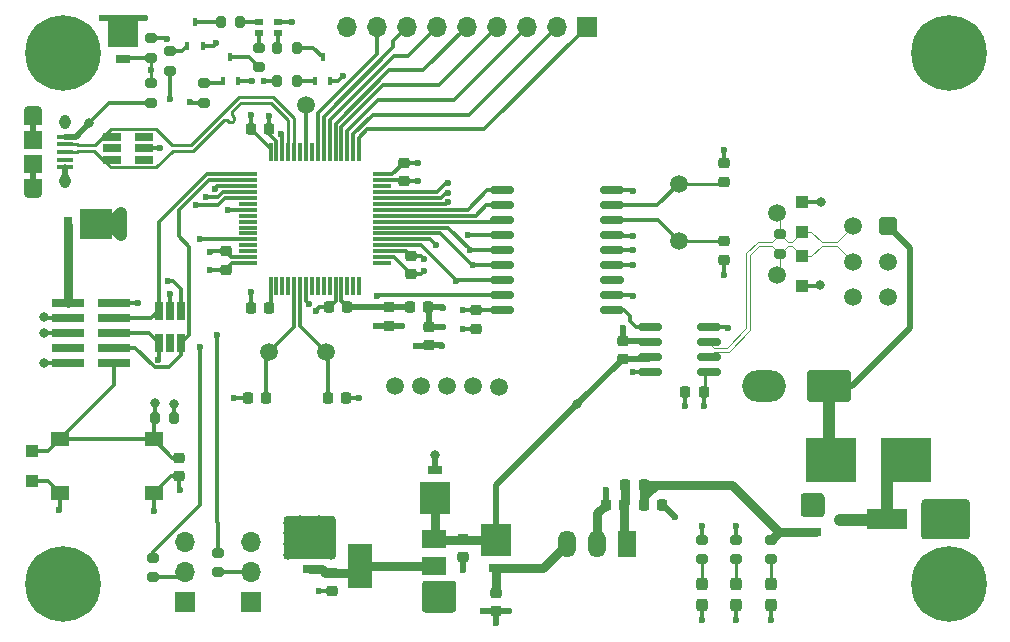
<source format=gtl>
G04 #@! TF.GenerationSoftware,KiCad,Pcbnew,6.0.0-d3dd2cf0fa~116~ubuntu20.04.1*
G04 #@! TF.CreationDate,2022-01-09T15:49:13-07:00*
G04 #@! TF.ProjectId,software_dev_board,736f6674-7761-4726-955f-6465765f626f,A*
G04 #@! TF.SameCoordinates,Original*
G04 #@! TF.FileFunction,Copper,L1,Top*
G04 #@! TF.FilePolarity,Positive*
%FSLAX46Y46*%
G04 Gerber Fmt 4.6, Leading zero omitted, Abs format (unit mm)*
G04 Created by KiCad (PCBNEW 6.0.0-d3dd2cf0fa~116~ubuntu20.04.1) date 2022-01-09 15:49:13*
%MOMM*%
%LPD*%
G01*
G04 APERTURE LIST*
G04 Aperture macros list*
%AMRoundRect*
0 Rectangle with rounded corners*
0 $1 Rounding radius*
0 $2 $3 $4 $5 $6 $7 $8 $9 X,Y pos of 4 corners*
0 Add a 4 corners polygon primitive as box body*
4,1,4,$2,$3,$4,$5,$6,$7,$8,$9,$2,$3,0*
0 Add four circle primitives for the rounded corners*
1,1,$1+$1,$2,$3*
1,1,$1+$1,$4,$5*
1,1,$1+$1,$6,$7*
1,1,$1+$1,$8,$9*
0 Add four rect primitives between the rounded corners*
20,1,$1+$1,$2,$3,$4,$5,0*
20,1,$1+$1,$4,$5,$6,$7,0*
20,1,$1+$1,$6,$7,$8,$9,0*
20,1,$1+$1,$8,$9,$2,$3,0*%
G04 Aperture macros list end*
G04 #@! TA.AperFunction,ComponentPad*
%ADD10C,1.500000*%
G04 #@! TD*
G04 #@! TA.AperFunction,SMDPad,CuDef*
%ADD11RoundRect,0.225000X0.250000X-0.225000X0.250000X0.225000X-0.250000X0.225000X-0.250000X-0.225000X0*%
G04 #@! TD*
G04 #@! TA.AperFunction,SMDPad,CuDef*
%ADD12RoundRect,0.225000X-0.250000X0.225000X-0.250000X-0.225000X0.250000X-0.225000X0.250000X0.225000X0*%
G04 #@! TD*
G04 #@! TA.AperFunction,SMDPad,CuDef*
%ADD13RoundRect,0.225000X0.225000X0.250000X-0.225000X0.250000X-0.225000X-0.250000X0.225000X-0.250000X0*%
G04 #@! TD*
G04 #@! TA.AperFunction,SMDPad,CuDef*
%ADD14RoundRect,0.225000X-0.225000X-0.250000X0.225000X-0.250000X0.225000X0.250000X-0.225000X0.250000X0*%
G04 #@! TD*
G04 #@! TA.AperFunction,SMDPad,CuDef*
%ADD15RoundRect,0.237500X0.237500X-0.287500X0.237500X0.287500X-0.237500X0.287500X-0.237500X-0.287500X0*%
G04 #@! TD*
G04 #@! TA.AperFunction,SMDPad,CuDef*
%ADD16R,2.770000X0.740000*%
G04 #@! TD*
G04 #@! TA.AperFunction,SMDPad,CuDef*
%ADD17RoundRect,0.200000X0.275000X-0.200000X0.275000X0.200000X-0.275000X0.200000X-0.275000X-0.200000X0*%
G04 #@! TD*
G04 #@! TA.AperFunction,SMDPad,CuDef*
%ADD18RoundRect,0.200000X-0.275000X0.200000X-0.275000X-0.200000X0.275000X-0.200000X0.275000X0.200000X0*%
G04 #@! TD*
G04 #@! TA.AperFunction,SMDPad,CuDef*
%ADD19R,2.000000X1.500000*%
G04 #@! TD*
G04 #@! TA.AperFunction,SMDPad,CuDef*
%ADD20R,2.000000X3.800000*%
G04 #@! TD*
G04 #@! TA.AperFunction,ComponentPad*
%ADD21R,1.700000X1.700000*%
G04 #@! TD*
G04 #@! TA.AperFunction,ComponentPad*
%ADD22O,1.700000X1.700000*%
G04 #@! TD*
G04 #@! TA.AperFunction,SMDPad,CuDef*
%ADD23R,2.540000X2.670000*%
G04 #@! TD*
G04 #@! TA.AperFunction,SMDPad,CuDef*
%ADD24R,1.270000X0.762000*%
G04 #@! TD*
G04 #@! TA.AperFunction,ComponentPad*
%ADD25R,1.500000X2.300000*%
G04 #@! TD*
G04 #@! TA.AperFunction,ComponentPad*
%ADD26O,1.500000X2.300000*%
G04 #@! TD*
G04 #@! TA.AperFunction,SMDPad,CuDef*
%ADD27RoundRect,0.075000X0.075000X-0.700000X0.075000X0.700000X-0.075000X0.700000X-0.075000X-0.700000X0*%
G04 #@! TD*
G04 #@! TA.AperFunction,SMDPad,CuDef*
%ADD28RoundRect,0.075000X0.700000X-0.075000X0.700000X0.075000X-0.700000X0.075000X-0.700000X-0.075000X0*%
G04 #@! TD*
G04 #@! TA.AperFunction,SMDPad,CuDef*
%ADD29RoundRect,0.150000X0.875000X0.150000X-0.875000X0.150000X-0.875000X-0.150000X0.875000X-0.150000X0*%
G04 #@! TD*
G04 #@! TA.AperFunction,ComponentPad*
%ADD30C,0.800000*%
G04 #@! TD*
G04 #@! TA.AperFunction,ComponentPad*
%ADD31C,6.400000*%
G04 #@! TD*
G04 #@! TA.AperFunction,SMDPad,CuDef*
%ADD32R,1.560000X0.650000*%
G04 #@! TD*
G04 #@! TA.AperFunction,SMDPad,CuDef*
%ADD33R,0.650000X1.560000*%
G04 #@! TD*
G04 #@! TA.AperFunction,SMDPad,CuDef*
%ADD34RoundRect,0.218750X-0.218750X-0.256250X0.218750X-0.256250X0.218750X0.256250X-0.218750X0.256250X0*%
G04 #@! TD*
G04 #@! TA.AperFunction,SMDPad,CuDef*
%ADD35R,1.350000X0.400000*%
G04 #@! TD*
G04 #@! TA.AperFunction,ComponentPad*
%ADD36O,1.550000X0.890000*%
G04 #@! TD*
G04 #@! TA.AperFunction,ComponentPad*
%ADD37O,0.950000X1.250000*%
G04 #@! TD*
G04 #@! TA.AperFunction,SMDPad,CuDef*
%ADD38R,1.550000X1.200000*%
G04 #@! TD*
G04 #@! TA.AperFunction,SMDPad,CuDef*
%ADD39R,1.550000X1.500000*%
G04 #@! TD*
G04 #@! TA.AperFunction,SMDPad,CuDef*
%ADD40R,2.670000X2.540000*%
G04 #@! TD*
G04 #@! TA.AperFunction,SMDPad,CuDef*
%ADD41R,0.762000X1.270000*%
G04 #@! TD*
G04 #@! TA.AperFunction,SMDPad,CuDef*
%ADD42R,1.550000X1.300000*%
G04 #@! TD*
G04 #@! TA.AperFunction,SMDPad,CuDef*
%ADD43RoundRect,0.200000X0.200000X0.275000X-0.200000X0.275000X-0.200000X-0.275000X0.200000X-0.275000X0*%
G04 #@! TD*
G04 #@! TA.AperFunction,SMDPad,CuDef*
%ADD44R,1.000000X1.000000*%
G04 #@! TD*
G04 #@! TA.AperFunction,SMDPad,CuDef*
%ADD45RoundRect,0.150000X-0.825000X-0.150000X0.825000X-0.150000X0.825000X0.150000X-0.825000X0.150000X0*%
G04 #@! TD*
G04 #@! TA.AperFunction,ComponentPad*
%ADD46RoundRect,0.250000X-0.500000X0.500000X-0.500000X-0.500000X0.500000X-0.500000X0.500000X0.500000X0*%
G04 #@! TD*
G04 #@! TA.AperFunction,SMDPad,CuDef*
%ADD47R,0.900000X0.800000*%
G04 #@! TD*
G04 #@! TA.AperFunction,SMDPad,CuDef*
%ADD48R,3.500000X1.800000*%
G04 #@! TD*
G04 #@! TA.AperFunction,SMDPad,CuDef*
%ADD49R,4.240000X3.810000*%
G04 #@! TD*
G04 #@! TA.AperFunction,SMDPad,CuDef*
%ADD50R,0.800000X0.550000*%
G04 #@! TD*
G04 #@! TA.AperFunction,ComponentPad*
%ADD51RoundRect,0.250001X-1.599999X1.099999X-1.599999X-1.099999X1.599999X-1.099999X1.599999X1.099999X0*%
G04 #@! TD*
G04 #@! TA.AperFunction,ComponentPad*
%ADD52O,3.700000X2.700000*%
G04 #@! TD*
G04 #@! TA.AperFunction,SMDPad,CuDef*
%ADD53R,0.450000X0.700000*%
G04 #@! TD*
G04 #@! TA.AperFunction,SMDPad,CuDef*
%ADD54RoundRect,0.200000X-0.200000X-0.275000X0.200000X-0.275000X0.200000X0.275000X-0.200000X0.275000X0*%
G04 #@! TD*
G04 #@! TA.AperFunction,ViaPad*
%ADD55C,0.600000*%
G04 #@! TD*
G04 #@! TA.AperFunction,ViaPad*
%ADD56C,0.800000*%
G04 #@! TD*
G04 #@! TA.AperFunction,Conductor*
%ADD57C,0.300000*%
G04 #@! TD*
G04 #@! TA.AperFunction,Conductor*
%ADD58C,0.500000*%
G04 #@! TD*
G04 #@! TA.AperFunction,Conductor*
%ADD59C,0.750000*%
G04 #@! TD*
G04 #@! TA.AperFunction,Conductor*
%ADD60C,0.250000*%
G04 #@! TD*
G04 #@! TA.AperFunction,Conductor*
%ADD61C,1.000000*%
G04 #@! TD*
G04 #@! TA.AperFunction,Conductor*
%ADD62C,0.261112*%
G04 #@! TD*
G04 #@! TA.AperFunction,Conductor*
%ADD63C,0.126238*%
G04 #@! TD*
G04 #@! TA.AperFunction,Conductor*
%ADD64C,0.126000*%
G04 #@! TD*
G04 APERTURE END LIST*
D10*
X134300000Y-104600000D03*
X138700000Y-104600000D03*
X136500000Y-104600000D03*
X140900000Y-104700000D03*
X132100000Y-104600000D03*
D11*
X159984000Y-93917000D03*
X159984000Y-92367000D03*
D12*
X159984000Y-85763000D03*
X159984000Y-87313000D03*
D13*
X126469420Y-105601671D03*
X128019420Y-105601671D03*
D11*
X151398000Y-102325000D03*
X151398000Y-100775000D03*
D14*
X156719000Y-105106000D03*
X158269000Y-105106000D03*
D12*
X139000000Y-98225000D03*
X139000000Y-99775000D03*
X137898000Y-117573000D03*
X137898000Y-119123000D03*
X126800000Y-120425000D03*
X126800000Y-121975000D03*
D14*
X153225000Y-114700000D03*
X154775000Y-114700000D03*
D13*
X151519000Y-114656000D03*
X149969000Y-114656000D03*
D15*
X161034000Y-123159000D03*
X161034000Y-121409000D03*
X158082000Y-123159000D03*
X158082000Y-121409000D03*
D16*
X104468000Y-97560000D03*
X108368000Y-97560000D03*
X104468000Y-98830000D03*
X108368000Y-98830000D03*
X104468000Y-100100000D03*
X108368000Y-100100000D03*
X104468000Y-101370000D03*
X108368000Y-101370000D03*
X104468000Y-102640000D03*
X108368000Y-102640000D03*
D17*
X111490000Y-80625000D03*
X111490000Y-78975000D03*
X111490000Y-76845000D03*
X111490000Y-75195000D03*
D18*
X163986000Y-117649000D03*
X163986000Y-119299000D03*
X161034000Y-117649000D03*
X161034000Y-119299000D03*
X158082000Y-117649000D03*
X158082000Y-119299000D03*
D19*
X135460000Y-122172000D03*
D20*
X129160000Y-119872000D03*
D19*
X135460000Y-119872000D03*
X135460000Y-117572000D03*
D21*
X148400000Y-74200000D03*
D22*
X145860000Y-74200000D03*
X143320000Y-74200000D03*
X140780000Y-74200000D03*
X138240000Y-74200000D03*
X135700000Y-74200000D03*
X133160000Y-74200000D03*
X130620000Y-74200000D03*
X128080000Y-74200000D03*
D23*
X124900000Y-117801500D03*
D24*
X124900000Y-120152500D03*
D23*
X140692000Y-117649500D03*
D24*
X140692000Y-120000500D03*
D23*
X135500000Y-114100000D03*
D24*
X135500000Y-111749000D03*
D10*
X156174000Y-92380000D03*
X156174000Y-87500000D03*
D12*
X140692000Y-122145000D03*
X140692000Y-123695000D03*
D25*
X151760000Y-117958000D03*
D26*
X149220000Y-117958000D03*
X146680000Y-117958000D03*
D15*
X163986000Y-123159000D03*
X163986000Y-121409000D03*
D12*
X133500000Y-93625000D03*
X133500000Y-95175000D03*
D14*
X119925000Y-82900000D03*
X121475000Y-82900000D03*
D12*
X132886574Y-85726899D03*
X132886574Y-87276899D03*
X131606000Y-97955000D03*
X131606000Y-99505000D03*
D14*
X121194427Y-105601671D03*
X119644427Y-105601671D03*
D13*
X121448426Y-97996625D03*
X119898426Y-97996625D03*
D11*
X117800000Y-94775000D03*
X117800000Y-93225000D03*
D12*
X135000000Y-99625000D03*
X135000000Y-101175000D03*
D13*
X128063000Y-97968000D03*
X126513000Y-97968000D03*
D27*
X121593159Y-96128210D03*
X122093159Y-96128210D03*
X122593159Y-96128210D03*
X123093159Y-96128210D03*
X123593159Y-96128210D03*
X124093159Y-96128210D03*
X124593159Y-96128210D03*
X125093159Y-96128210D03*
X125593159Y-96128210D03*
X126093159Y-96128210D03*
X126593159Y-96128210D03*
X127093159Y-96128210D03*
X127593159Y-96128210D03*
X128093159Y-96128210D03*
X128593159Y-96128210D03*
X129093159Y-96128210D03*
D28*
X131018159Y-94203210D03*
X131018159Y-93703210D03*
X131018159Y-93203210D03*
X131018159Y-92703210D03*
X131018159Y-92203210D03*
X131018159Y-91703210D03*
X131018159Y-91203210D03*
X131018159Y-90703210D03*
X131018159Y-90203210D03*
X131018159Y-89703210D03*
X131018159Y-89203210D03*
X131018159Y-88703210D03*
X131018159Y-88203210D03*
X131018159Y-87703210D03*
X131018159Y-87203210D03*
X131018159Y-86703210D03*
D27*
X129093159Y-84778210D03*
X128593159Y-84778210D03*
X128093159Y-84778210D03*
X127593159Y-84778210D03*
X127093159Y-84778210D03*
X126593159Y-84778210D03*
X126093159Y-84778210D03*
X125593159Y-84778210D03*
X125093159Y-84778210D03*
X124593159Y-84778210D03*
X124093159Y-84778210D03*
X123593159Y-84778210D03*
X123093159Y-84778210D03*
X122593159Y-84778210D03*
X122093159Y-84778210D03*
X121593159Y-84778210D03*
D28*
X119668159Y-86703210D03*
X119668159Y-87203210D03*
X119668159Y-87703210D03*
X119668159Y-88203210D03*
X119668159Y-88703210D03*
X119668159Y-89203210D03*
X119668159Y-89703210D03*
X119668159Y-90203210D03*
X119668159Y-90703210D03*
X119668159Y-91203210D03*
X119668159Y-91703210D03*
X119668159Y-92203210D03*
X119668159Y-92703210D03*
X119668159Y-93203210D03*
X119668159Y-93703210D03*
X119668159Y-94203210D03*
D10*
X126326000Y-101777999D03*
X121446000Y-101777999D03*
D29*
X150480000Y-98222000D03*
X150480000Y-96952000D03*
X150480000Y-95682000D03*
X150480000Y-94412000D03*
X150480000Y-93142000D03*
X150480000Y-91872000D03*
X150480000Y-90602000D03*
X150480000Y-89332000D03*
X150480000Y-88062000D03*
X141180000Y-88062000D03*
X141180000Y-89332000D03*
X141180000Y-90602000D03*
X141180000Y-91872000D03*
X141180000Y-93142000D03*
X141180000Y-94412000D03*
X141180000Y-95682000D03*
X141180000Y-96952000D03*
X141180000Y-98222000D03*
D30*
X105697056Y-78097056D03*
X101600000Y-76400000D03*
X105697056Y-74702944D03*
X102302944Y-74702944D03*
D31*
X104000000Y-76400000D03*
D30*
X102302944Y-78097056D03*
X104000000Y-78800000D03*
X106400000Y-76400000D03*
X104000000Y-74000000D03*
D31*
X179000000Y-76400000D03*
D30*
X179000000Y-78800000D03*
X177302944Y-74702944D03*
X180697056Y-78097056D03*
X181400000Y-76400000D03*
X177302944Y-78097056D03*
X180697056Y-74702944D03*
X179000000Y-74000000D03*
X176600000Y-76400000D03*
D32*
X110850000Y-85450000D03*
X110850000Y-84500000D03*
X110850000Y-83550000D03*
X108150000Y-83550000D03*
X108150000Y-84500000D03*
X108150000Y-85450000D03*
D33*
X114050000Y-98250000D03*
X113100000Y-98250000D03*
X112150000Y-98250000D03*
X112150000Y-100950000D03*
X113100000Y-100950000D03*
X114050000Y-100950000D03*
D34*
X133384000Y-97968000D03*
X134959000Y-97968000D03*
X151628500Y-113012000D03*
X153203500Y-113012000D03*
D35*
X104200000Y-83500000D03*
X104200000Y-84150000D03*
X104200000Y-84800000D03*
X104200000Y-85450000D03*
X104200000Y-86100000D03*
D36*
X101500000Y-88300000D03*
D37*
X104200000Y-82300000D03*
D38*
X101500000Y-87700000D03*
X101500000Y-81900000D03*
D37*
X104200000Y-87300000D03*
D39*
X101500000Y-83800000D03*
D36*
X101500000Y-81300000D03*
D39*
X101500000Y-85800000D03*
D30*
X180697056Y-123097056D03*
X180697056Y-119702944D03*
X177302944Y-123097056D03*
X179000000Y-123800000D03*
X176600000Y-121400000D03*
X181400000Y-121400000D03*
X179000000Y-119000000D03*
D31*
X179000000Y-121400000D03*
D30*
X177302944Y-119702944D03*
D40*
X106798500Y-90900000D03*
D41*
X104447500Y-90900000D03*
D21*
X119914000Y-122874000D03*
D22*
X119914000Y-120334000D03*
X119914000Y-117794000D03*
D21*
X114326000Y-122874000D03*
D22*
X114326000Y-120334000D03*
X114326000Y-117794000D03*
D17*
X117120000Y-120397000D03*
X117120000Y-118747000D03*
X111600000Y-120825000D03*
X111600000Y-119175000D03*
D30*
X105697056Y-119702944D03*
X105697056Y-123097056D03*
X102302944Y-123097056D03*
X104000000Y-119000000D03*
X102302944Y-119702944D03*
X104000000Y-123800000D03*
D31*
X104000000Y-121400000D03*
D30*
X101600000Y-121400000D03*
X106400000Y-121400000D03*
D12*
X113836000Y-110677000D03*
X113836000Y-112227000D03*
D42*
X103765000Y-109150001D03*
X111715000Y-109150001D03*
X103765000Y-113650001D03*
X111715000Y-113650001D03*
D43*
X113425000Y-107300000D03*
X111775000Y-107300000D03*
D44*
X101390000Y-110148000D03*
X101390000Y-112648000D03*
D45*
X153749000Y-99645000D03*
X153749000Y-100915000D03*
X153749000Y-102185000D03*
X153749000Y-103455000D03*
X158699000Y-103455000D03*
X158699000Y-102185000D03*
X158699000Y-100915000D03*
X158699000Y-99645000D03*
D46*
X173900000Y-91100000D03*
D10*
X173900000Y-94100000D03*
X173900000Y-97100000D03*
X170900000Y-91100000D03*
X170900000Y-94100000D03*
X170900000Y-97100000D03*
D47*
X167800000Y-115050000D03*
X167800000Y-116950000D03*
X169800000Y-116000000D03*
D48*
X173800000Y-115900000D03*
X178800000Y-115900000D03*
D49*
X169015000Y-110900000D03*
X175385000Y-110900000D03*
D50*
X120600000Y-73800000D03*
X120600000Y-74700000D03*
X122200000Y-74700000D03*
X122200000Y-73800000D03*
D18*
X113100000Y-76275000D03*
X113100000Y-77925000D03*
X116000000Y-78975000D03*
X116000000Y-80625000D03*
D44*
X166632000Y-91564000D03*
X166632000Y-89064000D03*
X166632000Y-93636000D03*
X166632000Y-96136000D03*
D18*
X164750000Y-91775000D03*
X164750000Y-93425000D03*
D10*
X164500000Y-90000000D03*
X164500000Y-95200000D03*
X124600000Y-80800000D03*
D51*
X168900000Y-104600000D03*
D52*
X163400000Y-104600000D03*
D53*
X117550000Y-78800000D03*
X118850000Y-78800000D03*
X118200000Y-76800000D03*
D43*
X119025000Y-73800000D03*
X117375000Y-73800000D03*
D54*
X122175000Y-76000000D03*
X123825000Y-76000000D03*
D53*
X125350000Y-78800000D03*
X126650000Y-78800000D03*
X126000000Y-76800000D03*
D43*
X123825000Y-78800000D03*
X122175000Y-78800000D03*
D18*
X120600000Y-75975000D03*
X120600000Y-77625000D03*
D53*
X114550000Y-75800000D03*
X115850000Y-75800000D03*
X115200000Y-73800000D03*
D23*
X109100000Y-74600000D03*
D24*
X109100000Y-76951000D03*
D55*
X130610000Y-97010000D03*
D56*
X111800000Y-106100000D03*
D55*
X124843159Y-97700000D03*
X155800000Y-115700000D03*
X112200000Y-84500000D03*
X179100000Y-114500000D03*
X125400000Y-98300000D03*
D56*
X168100000Y-96100000D03*
D55*
X177700000Y-117300000D03*
X151400000Y-99700000D03*
X120000000Y-78800000D03*
X156700000Y-106300000D03*
X113100000Y-96800000D03*
X130500000Y-99500000D03*
X137000000Y-122100000D03*
D56*
X168164000Y-89064000D03*
D55*
X179800000Y-117300000D03*
X135500000Y-123500000D03*
X141800000Y-123700000D03*
X117000000Y-75600000D03*
X164000000Y-124400000D03*
D56*
X102400000Y-100100000D03*
D55*
X150000000Y-113400000D03*
X136100000Y-101200000D03*
X180500000Y-117300000D03*
X136200000Y-123500000D03*
X139600000Y-123700000D03*
X180500000Y-114500000D03*
X166800000Y-114700000D03*
X134800000Y-123500000D03*
X118500000Y-105600000D03*
X158100000Y-124400000D03*
X125700000Y-122000000D03*
X133900000Y-101200000D03*
X152300000Y-88100000D03*
X119900000Y-96700000D03*
X177000000Y-114500000D03*
X177000000Y-117300000D03*
X179800000Y-114500000D03*
X178400000Y-117300000D03*
X113900000Y-113400000D03*
X166800000Y-115400000D03*
X127700000Y-78400000D03*
X166800000Y-114000000D03*
X161000000Y-124400000D03*
X160300000Y-99700000D03*
X168200000Y-114000000D03*
X137000000Y-123500000D03*
X178400000Y-114500000D03*
X132700000Y-99500000D03*
X137900000Y-120200000D03*
X103700000Y-115100000D03*
X140700000Y-124700000D03*
X137000000Y-121400000D03*
X129100000Y-105600000D03*
X111700000Y-115200000D03*
X167500000Y-114000000D03*
X134600000Y-94900000D03*
X112800000Y-75200000D03*
X160000000Y-95200000D03*
X137000000Y-122800000D03*
X177700000Y-114500000D03*
X121500000Y-81800000D03*
X179100000Y-117300000D03*
X137900000Y-99800000D03*
D56*
X102400000Y-98800000D03*
D55*
X134100000Y-87300000D03*
X116500000Y-93300000D03*
D56*
X102400000Y-102700000D03*
D55*
X160000000Y-84600000D03*
X161000000Y-116500000D03*
D56*
X147561500Y-106161500D03*
X126700000Y-118000000D03*
X124100000Y-116000000D03*
D55*
X123400000Y-73800000D03*
D56*
X108900000Y-91800000D03*
X123100000Y-117100000D03*
D55*
X107300000Y-73500000D03*
X111000000Y-73500000D03*
X116500000Y-94800000D03*
X119900000Y-81700000D03*
X158100000Y-116500000D03*
X137900000Y-98200000D03*
X134100000Y-85700000D03*
D56*
X126700000Y-118900000D03*
X123100000Y-118000000D03*
X126700000Y-116200000D03*
D55*
X134600000Y-93900000D03*
X136200000Y-99600000D03*
D56*
X123100000Y-118900000D03*
X126700000Y-117100000D03*
X125700000Y-116000000D03*
X113413173Y-106113173D03*
D55*
X158300000Y-106300000D03*
D56*
X123100000Y-116200000D03*
D55*
X136200000Y-98000000D03*
D56*
X108900000Y-90000000D03*
D55*
X122480447Y-83300000D03*
X112900000Y-95700000D03*
X110400000Y-97600000D03*
X112100000Y-102400000D03*
X117996790Y-89703210D03*
D56*
X106244500Y-82344500D03*
X135500000Y-110500000D03*
D55*
X111500000Y-77900000D03*
X137300000Y-95700000D03*
X138330331Y-91869669D03*
X135600000Y-92700000D03*
X138700000Y-94400000D03*
X138500000Y-93100000D03*
X152300000Y-94400000D03*
X136600000Y-89053210D03*
X117100000Y-100300000D03*
X136600000Y-88253207D03*
X152300000Y-93100000D03*
X136600000Y-87453204D03*
X152300000Y-91900000D03*
X152300000Y-97000000D03*
X152300000Y-103400000D03*
X113100000Y-80300000D03*
X115300000Y-89300000D03*
X116100000Y-88600000D03*
X114800000Y-80600000D03*
X121000000Y-78800000D03*
X116900000Y-87900000D03*
X115600000Y-92200000D03*
X115600000Y-101300000D03*
D57*
X113836000Y-110677000D02*
X113241999Y-110677000D01*
X130668000Y-96952000D02*
X130610000Y-97010000D01*
X101390000Y-110148000D02*
X102767000Y-110148000D01*
X141180000Y-96952000D02*
X130668000Y-96952000D01*
X103765000Y-109150000D02*
X111715000Y-109150000D01*
X111725000Y-107200001D02*
X111725000Y-109140000D01*
X124593159Y-96128210D02*
X124593159Y-97450000D01*
X108368000Y-104547001D02*
X103765000Y-109150001D01*
X113241999Y-110677000D02*
X111715000Y-109150001D01*
X108368000Y-102640000D02*
X108368000Y-104547001D01*
X124593159Y-97450000D02*
X124843159Y-97700000D01*
X111775000Y-106125000D02*
X111800000Y-106100000D01*
X111725000Y-109140000D02*
X111715000Y-109150000D01*
X102767000Y-110148000D02*
X103765000Y-109150000D01*
X111775000Y-107300000D02*
X111775000Y-106125000D01*
X132028210Y-93703210D02*
X133500000Y-95175000D01*
X118850000Y-78800000D02*
X120000000Y-78800000D01*
X126513000Y-97968000D02*
X127093159Y-97387841D01*
D58*
X149969000Y-113431000D02*
X150000000Y-113400000D01*
D57*
X131018159Y-93703210D02*
X132028210Y-93703210D01*
D58*
X151398000Y-100775000D02*
X153609000Y-100775000D01*
D57*
X163986000Y-124386000D02*
X164000000Y-124400000D01*
D58*
X135000000Y-101175000D02*
X136075000Y-101175000D01*
X131601000Y-99500000D02*
X131606000Y-99505000D01*
X154800000Y-114700000D02*
X155800000Y-115700000D01*
D57*
X113836000Y-112227000D02*
X113138000Y-112227001D01*
X158699000Y-99645000D02*
X160245000Y-99645000D01*
X116800000Y-75800000D02*
X117000000Y-75600000D01*
D58*
X132695000Y-99505000D02*
X132700000Y-99500000D01*
D57*
X111490000Y-75195000D02*
X112695000Y-75195000D01*
D58*
X137900000Y-119125000D02*
X137898000Y-119123000D01*
D57*
X118278210Y-93703210D02*
X117800000Y-93225000D01*
X158082000Y-123159000D02*
X158082000Y-124382000D01*
X168064000Y-96136000D02*
X168100000Y-96100000D01*
D58*
X151398000Y-99702000D02*
X151400000Y-99700000D01*
D57*
X150480000Y-88062000D02*
X152262000Y-88062000D01*
D59*
X149220000Y-115405000D02*
X149969000Y-114656000D01*
D57*
X102762999Y-112648000D02*
X103765000Y-113650001D01*
X113836000Y-112227000D02*
X113836000Y-113336000D01*
X159984000Y-85763000D02*
X159984000Y-84616000D01*
X126800000Y-121975000D02*
X125725000Y-121975000D01*
D58*
X130500000Y-99500000D02*
X131601000Y-99500000D01*
D57*
X101390000Y-112648000D02*
X102762999Y-112648000D01*
X161034000Y-123159000D02*
X161034000Y-124366000D01*
X152262000Y-88062000D02*
X152300000Y-88100000D01*
D58*
X136075000Y-101175000D02*
X136100000Y-101200000D01*
D57*
X132812885Y-87203210D02*
X132886574Y-87276899D01*
X158082000Y-124382000D02*
X158100000Y-124400000D01*
X113100000Y-98250000D02*
X113100000Y-96900000D01*
D58*
X101500000Y-85800000D02*
X101500000Y-87700000D01*
D57*
X128019420Y-105601671D02*
X129098329Y-105601671D01*
X159984000Y-93917000D02*
X159984000Y-95184000D01*
D58*
X139600000Y-123700000D02*
X141800000Y-123700000D01*
D57*
X166632000Y-96136000D02*
X168064000Y-96136000D01*
X121475000Y-81825000D02*
X121500000Y-81800000D01*
X112795000Y-75195000D02*
X112800000Y-75200000D01*
X117800000Y-93225000D02*
X116575000Y-93225000D01*
X139000000Y-99775000D02*
X137925000Y-99775000D01*
X119898426Y-96701574D02*
X119900000Y-96700000D01*
X104468000Y-98830000D02*
X102430000Y-98830000D01*
X113836000Y-113336000D02*
X113900000Y-113400000D01*
X103765000Y-115035000D02*
X103700000Y-115100000D01*
X119644427Y-105601671D02*
X118501671Y-105601671D01*
X110850000Y-84500000D02*
X112200000Y-84500000D01*
D59*
X149220000Y-117958000D02*
X149220000Y-115405000D01*
D57*
X115850000Y-75800000D02*
X116800000Y-75800000D01*
X113138000Y-112227001D02*
X111715000Y-113650001D01*
X166632000Y-89064000D02*
X168164000Y-89064000D01*
D58*
X153609000Y-100775000D02*
X153749000Y-100915000D01*
D57*
X131018159Y-87203210D02*
X132812885Y-87203210D01*
X119898426Y-97996625D02*
X119898426Y-96701574D01*
X102430000Y-98830000D02*
X102400000Y-98800000D01*
X126513000Y-97968000D02*
X125732000Y-97968000D01*
X134325000Y-95175000D02*
X134600000Y-94900000D01*
X121475000Y-83256555D02*
X121475000Y-82900000D01*
X126650000Y-78800000D02*
X127300000Y-78800000D01*
X125732000Y-97968000D02*
X125400000Y-98300000D01*
X133500000Y-95175000D02*
X134325000Y-95175000D01*
D58*
X151398000Y-100775000D02*
X151398000Y-99702000D01*
D57*
X127300000Y-78800000D02*
X127700000Y-78400000D01*
X163986000Y-123159000D02*
X163986000Y-124386000D01*
D58*
X154775000Y-114700000D02*
X154800000Y-114700000D01*
X133900000Y-101200000D02*
X134975000Y-101200000D01*
D57*
X160245000Y-99645000D02*
X160300000Y-99700000D01*
D58*
X137900000Y-120200000D02*
X137900000Y-119125000D01*
D57*
X111700000Y-115200000D02*
X111700000Y-113665001D01*
X129098329Y-105601671D02*
X129100000Y-105600000D01*
D58*
X149969000Y-114656000D02*
X149969000Y-113431000D01*
X101500000Y-83800000D02*
X101500000Y-81900000D01*
D57*
X104468000Y-100100000D02*
X102400000Y-100100000D01*
X111700000Y-113665001D02*
X111715000Y-113650001D01*
X159984000Y-95184000D02*
X160000000Y-95200000D01*
X127093159Y-97387841D02*
X127093159Y-96128210D01*
X161034000Y-124366000D02*
X161000000Y-124400000D01*
X122093159Y-83874714D02*
X121475000Y-83256555D01*
X156719000Y-106281000D02*
X156700000Y-106300000D01*
D58*
X140700000Y-124700000D02*
X140700000Y-123703000D01*
X104200000Y-86100000D02*
X104200000Y-87300000D01*
D57*
X102460000Y-102640000D02*
X102400000Y-102700000D01*
D58*
X134975000Y-101200000D02*
X135000000Y-101175000D01*
D57*
X119668159Y-93703210D02*
X118278210Y-93703210D01*
X121475000Y-82900000D02*
X121475000Y-81825000D01*
X125725000Y-121975000D02*
X125700000Y-122000000D01*
X134076899Y-87276899D02*
X134100000Y-87300000D01*
X159984000Y-84616000D02*
X160000000Y-84600000D01*
D58*
X131606000Y-99505000D02*
X132695000Y-99505000D01*
D57*
X137925000Y-99775000D02*
X137900000Y-99800000D01*
X156719000Y-105106000D02*
X156719000Y-106281000D01*
X104468000Y-102640000D02*
X102460000Y-102640000D01*
X132886574Y-87276899D02*
X134076899Y-87276899D01*
X118501671Y-105601671D02*
X118500000Y-105600000D01*
X122093159Y-84778210D02*
X122093159Y-83874714D01*
X103765000Y-113650000D02*
X103765000Y-115035000D01*
D58*
X140700000Y-123703000D02*
X140692000Y-123695000D01*
D57*
X116575000Y-93225000D02*
X116500000Y-93300000D01*
D58*
X147561500Y-106161500D02*
X151398000Y-102325000D01*
D59*
X135500000Y-114100000D02*
X135500000Y-117532000D01*
D58*
X151398000Y-102325000D02*
X153609000Y-102325000D01*
D60*
X153495000Y-102185000D02*
X153495000Y-102247000D01*
D59*
X135537500Y-117649500D02*
X135460000Y-117572000D01*
D57*
X161000000Y-116500000D02*
X161000000Y-117615000D01*
D58*
X140692000Y-117649500D02*
X140692000Y-113031000D01*
D57*
X161000000Y-117615000D02*
X161034000Y-117649000D01*
D59*
X140692000Y-117649500D02*
X135537500Y-117649500D01*
D58*
X140692000Y-113031000D02*
X147561500Y-106161500D01*
D59*
X135500000Y-117532000D02*
X135460000Y-117572000D01*
D58*
X153609000Y-102325000D02*
X153749000Y-102185000D01*
D61*
X106800000Y-90900000D02*
X108000000Y-90900000D01*
D58*
X108100000Y-73500000D02*
X109200000Y-74600000D01*
D61*
X108000000Y-90900000D02*
X108900000Y-91800000D01*
D57*
X121593159Y-84568159D02*
X119925000Y-82900000D01*
X139000000Y-98225000D02*
X141177000Y-98225000D01*
D58*
X111000000Y-73500000D02*
X110200000Y-73500000D01*
D57*
X131910263Y-86703210D02*
X132886574Y-85726899D01*
D60*
X158356500Y-105360000D02*
X158356500Y-103543500D01*
D58*
X135000000Y-99625000D02*
X135000000Y-98009000D01*
D57*
X141177000Y-98225000D02*
X141180000Y-98222000D01*
D58*
X110200000Y-73500000D02*
X109100000Y-74600000D01*
D57*
X158269000Y-106269000D02*
X158300000Y-106300000D01*
X139000000Y-98225000D02*
X137925000Y-98225000D01*
X131018159Y-93203210D02*
X133078210Y-93203210D01*
X158269000Y-105106000D02*
X158269000Y-106269000D01*
X133500000Y-93625000D02*
X134325000Y-93625000D01*
X119925000Y-82900000D02*
X119925000Y-81725000D01*
X118371790Y-94203210D02*
X117800000Y-94775000D01*
D60*
X158356500Y-103543500D02*
X158445000Y-103455000D01*
D61*
X108000000Y-90900000D02*
X108900000Y-90000000D01*
D57*
X116525000Y-94775000D02*
X116500000Y-94800000D01*
X134325000Y-93625000D02*
X134600000Y-93900000D01*
X122200000Y-73800000D02*
X123400000Y-73800000D01*
X113425000Y-107300000D02*
X113425000Y-106125000D01*
X113425000Y-106125000D02*
X113413173Y-106113173D01*
D61*
X108900000Y-90000000D02*
X108900000Y-91800000D01*
D58*
X107300000Y-73500000D02*
X108100000Y-73500000D01*
D57*
X158082000Y-117649000D02*
X158082000Y-116518000D01*
X117800000Y-94775000D02*
X116525000Y-94775000D01*
D58*
X135000000Y-99625000D02*
X136175000Y-99625000D01*
D57*
X136168000Y-97968000D02*
X136200000Y-98000000D01*
X119668159Y-94203210D02*
X118371790Y-94203210D01*
X131018159Y-86703210D02*
X131910263Y-86703210D01*
X133078210Y-93203210D02*
X133500000Y-93625000D01*
X121593159Y-84778210D02*
X121593159Y-84568159D01*
X119925000Y-81725000D02*
X119900000Y-81700000D01*
D59*
X135000000Y-98009000D02*
X134959000Y-97968000D01*
D58*
X134959000Y-97968000D02*
X136168000Y-97968000D01*
D57*
X136175000Y-99625000D02*
X136200000Y-99600000D01*
X158082000Y-116518000D02*
X158100000Y-116500000D01*
X134073101Y-85726899D02*
X134100000Y-85700000D01*
X137925000Y-98225000D02*
X137900000Y-98200000D01*
X132886574Y-85726899D02*
X134073101Y-85726899D01*
D59*
X126225000Y-120425000D02*
X125952500Y-120152500D01*
X135460000Y-119872000D02*
X129160000Y-119872000D01*
X125952500Y-120152500D02*
X124900000Y-120152500D01*
X126800000Y-120425000D02*
X128607000Y-120425000D01*
X128607000Y-120425000D02*
X129160000Y-119872000D01*
X126800000Y-120425000D02*
X126225000Y-120425000D01*
X144637500Y-120000500D02*
X140692000Y-120000500D01*
X146680000Y-117958000D02*
X144637500Y-120000500D01*
X140692000Y-122145000D02*
X140692000Y-120000500D01*
X153203500Y-114678500D02*
X153225000Y-114700000D01*
X160700000Y-113000000D02*
X154200000Y-113000000D01*
X164685000Y-116950000D02*
X164650000Y-116950000D01*
X153215500Y-113000000D02*
X153203500Y-113012000D01*
X153225000Y-113975000D02*
X154200000Y-113000000D01*
X153203500Y-113012000D02*
X153203500Y-114678500D01*
X164685000Y-116950000D02*
X163986000Y-117649000D01*
X153225000Y-114700000D02*
X153225000Y-113975000D01*
X167800000Y-116950000D02*
X164685000Y-116950000D01*
X164650000Y-116950000D02*
X160700000Y-113000000D01*
X154200000Y-113000000D02*
X153215500Y-113000000D01*
D57*
X108368000Y-98886000D02*
X111514000Y-98886000D01*
X111514000Y-98886000D02*
X112150000Y-98250000D01*
X112150000Y-90742880D02*
X116189670Y-86703210D01*
X116189670Y-86703210D02*
X116496790Y-86703210D01*
X112150000Y-98250000D02*
X112150000Y-90742880D01*
X116496790Y-86703210D02*
X119668159Y-86703210D01*
X110400000Y-97600000D02*
X108384000Y-97600000D01*
X114050000Y-96425736D02*
X113324264Y-95700000D01*
X113324264Y-95700000D02*
X112900000Y-95700000D01*
X122593159Y-84778210D02*
X122593159Y-83412712D01*
X122593159Y-83412712D02*
X122480447Y-83300000D01*
X114050000Y-98250000D02*
X114050000Y-96425736D01*
X111300000Y-100100000D02*
X112150000Y-100950000D01*
X112150000Y-102350000D02*
X112100000Y-102400000D01*
X108368000Y-100100000D02*
X111300000Y-100100000D01*
X112150000Y-100950000D02*
X112150000Y-102350000D01*
X117996790Y-89703210D02*
X119668159Y-89703210D01*
X108368000Y-101370000D02*
X110107998Y-101370000D01*
X113029999Y-103050001D02*
X114050000Y-102030000D01*
X116396790Y-87203210D02*
X113859620Y-89740380D01*
X114725001Y-92825001D02*
X114725001Y-100274999D01*
X114050000Y-100950000D02*
X114050000Y-102030000D01*
X110107998Y-101370000D02*
X111787999Y-103050001D01*
X113859620Y-91959620D02*
X114725001Y-92825001D01*
X114725001Y-100274999D02*
X114050000Y-100950000D01*
X113859620Y-89740380D02*
X113859620Y-91959620D01*
X119668159Y-87203210D02*
X116396790Y-87203210D01*
X111787999Y-103050001D02*
X113029999Y-103050001D01*
D59*
X104468000Y-97560000D02*
X104468000Y-90979500D01*
D57*
X108150000Y-83550000D02*
X107650000Y-83550000D01*
D62*
X123575315Y-84760366D02*
X123593159Y-84778210D01*
X105212501Y-84150000D02*
X104200000Y-84150000D01*
X123575315Y-81946995D02*
X123575315Y-84760366D01*
X106707153Y-84242844D02*
X105305345Y-84242844D01*
X111894446Y-82894443D02*
X113242847Y-84242844D01*
X121796164Y-80167844D02*
X123575315Y-81946995D01*
D57*
X107650000Y-83550000D02*
X107524999Y-83424999D01*
D62*
X114828836Y-84242844D02*
X118903836Y-80167844D01*
X113242847Y-84242844D02*
X114828836Y-84242844D01*
X105305345Y-84242844D02*
X105212501Y-84150000D01*
X107524999Y-83424999D02*
X108055554Y-82894443D01*
X108055554Y-82894443D02*
X111894446Y-82894443D01*
X107524999Y-83424999D02*
X106707153Y-84242844D01*
X118903836Y-80167844D02*
X121796164Y-80167844D01*
X111894446Y-86105557D02*
X113292847Y-84707156D01*
X119096164Y-80632156D02*
X121603836Y-80632156D01*
X121603836Y-80632156D02*
X123111003Y-82139323D01*
X118478471Y-82135535D02*
X118507618Y-82075009D01*
D57*
X107650000Y-85450000D02*
X107524999Y-85575001D01*
D62*
X113292847Y-84707156D02*
X115021164Y-84707156D01*
X118326705Y-81561351D02*
X118326705Y-81494172D01*
X107524999Y-85575001D02*
X108055554Y-86105557D01*
X117935901Y-82122274D02*
X117988424Y-82164160D01*
X117875375Y-82093127D02*
X117935901Y-82122274D01*
X105212501Y-84800000D02*
X105305345Y-84707156D01*
X123111003Y-82139323D02*
X123111003Y-84760366D01*
X118370801Y-81687371D02*
X118341654Y-81626845D01*
X105305345Y-84707156D02*
X106657153Y-84707156D01*
X118436586Y-81763793D02*
X118412687Y-81739894D01*
X118507618Y-82075009D02*
X118522567Y-82009515D01*
X104200000Y-84800000D02*
X105212501Y-84800000D01*
X118384064Y-82229944D02*
X118436586Y-82188058D01*
X118370801Y-81368152D02*
X118412688Y-81315631D01*
X118064845Y-82229944D02*
X118125371Y-82259091D01*
X118478471Y-81816316D02*
X118436586Y-81763793D01*
X117809881Y-82078178D02*
X117875375Y-82093127D01*
X118522567Y-81942336D02*
X118507618Y-81876842D01*
X123111003Y-84760366D02*
X123093159Y-84778210D01*
X118507618Y-81876842D02*
X118478471Y-81816316D01*
X118412687Y-81739894D02*
X118370801Y-81687371D01*
X117564160Y-82164160D02*
X117616682Y-82122274D01*
X118190865Y-82274040D02*
X118258044Y-82274040D01*
D57*
X108150000Y-85450000D02*
X107650000Y-85450000D01*
D62*
X118522567Y-82009515D02*
X118522567Y-81942336D01*
X117616682Y-82122274D02*
X117677208Y-82093127D01*
X115021164Y-84707156D02*
X117564160Y-82164160D01*
X118341654Y-81428678D02*
X118370801Y-81368152D01*
X118326705Y-81494172D02*
X118341654Y-81428678D01*
X118436586Y-82188058D02*
X118478471Y-82135535D01*
X118258044Y-82274040D02*
X118323538Y-82259091D01*
X117742702Y-82078178D02*
X117809881Y-82078178D01*
X117988424Y-82164160D02*
X118012322Y-82188058D01*
X118412688Y-81315631D02*
X118518753Y-81209567D01*
X118125371Y-82259091D02*
X118190865Y-82274040D01*
X118012322Y-82188058D02*
X118064845Y-82229944D01*
X106657153Y-84707156D02*
X107524999Y-85575001D01*
X118341654Y-81626845D02*
X118326705Y-81561351D01*
X118518753Y-81209567D02*
X119096164Y-80632156D01*
X118323538Y-82259091D02*
X118384064Y-82229944D01*
X117677208Y-82093127D02*
X117742702Y-82078178D01*
X108055554Y-86105557D02*
X111894446Y-86105557D01*
D63*
X170900000Y-94100000D02*
X169564719Y-92764719D01*
X165760719Y-92764719D02*
X165410281Y-92764719D01*
X167382001Y-93636000D02*
X166632000Y-93636000D01*
X162214719Y-99868229D02*
X160368229Y-101714719D01*
X165410281Y-92764719D02*
X164750000Y-93425000D01*
X162968229Y-92764719D02*
X162214719Y-93518229D01*
D64*
X164750000Y-93425000D02*
X164750000Y-94950000D01*
X164750000Y-94950000D02*
X164500000Y-95200000D01*
D63*
X164750000Y-93425000D02*
X164089719Y-92764719D01*
X160368229Y-101714719D02*
X159169281Y-101714719D01*
X159169281Y-101714719D02*
X158699000Y-102185000D01*
X166632000Y-93636000D02*
X165760719Y-92764719D01*
X164089719Y-92764719D02*
X162968229Y-92764719D01*
X168253282Y-92764719D02*
X167382001Y-93636000D01*
X162214719Y-93518229D02*
X162214719Y-99868229D01*
X169564719Y-92764719D02*
X168253282Y-92764719D01*
X160231771Y-101385281D02*
X159169281Y-101385281D01*
X161885281Y-93381771D02*
X161885281Y-99731771D01*
X167382001Y-91564000D02*
X166632000Y-91564000D01*
X162831771Y-92435281D02*
X161885281Y-93381771D01*
X169564719Y-92435281D02*
X168253282Y-92435281D01*
X166632000Y-91564000D02*
X165760719Y-92435281D01*
X164750000Y-91775000D02*
X164089719Y-92435281D01*
X165410281Y-92435281D02*
X164750000Y-91775000D01*
D64*
X164750000Y-90250000D02*
X164500000Y-90000000D01*
D63*
X165760719Y-92435281D02*
X165410281Y-92435281D01*
X170900000Y-91100000D02*
X169564719Y-92435281D01*
X164089719Y-92435281D02*
X162831771Y-92435281D01*
X159169281Y-101385281D02*
X158699000Y-100915000D01*
D64*
X164750000Y-91775000D02*
X164750000Y-90250000D01*
D63*
X168253282Y-92435281D02*
X167382001Y-91564000D01*
X161885281Y-99731771D02*
X160231771Y-101385281D01*
D57*
X113835000Y-120825000D02*
X114326000Y-120334000D01*
X111600000Y-120825000D02*
X113835000Y-120825000D01*
X119851000Y-120397000D02*
X119914000Y-120334000D01*
X117120000Y-120397000D02*
X119851000Y-120397000D01*
D58*
X135500000Y-110500000D02*
X135500000Y-111749000D01*
X104200000Y-83500000D02*
X105089001Y-83500000D01*
D57*
X106244500Y-82344500D02*
X107900000Y-80689000D01*
X107900000Y-80689000D02*
X111426000Y-80689000D01*
X111426000Y-80689000D02*
X111490000Y-80625000D01*
D58*
X105089001Y-83500000D02*
X106244500Y-82344500D01*
D57*
X111490000Y-76845000D02*
X109206000Y-76845000D01*
X109306000Y-76845000D02*
X109200000Y-76951000D01*
D60*
X111490000Y-78663499D02*
X111490000Y-76932501D01*
D57*
X124593159Y-84778210D02*
X124593159Y-80806841D01*
X124593159Y-80806841D02*
X124600000Y-80800000D01*
X131018159Y-92703210D02*
X134341208Y-92703210D01*
X137319998Y-95682000D02*
X141180000Y-95682000D01*
X134341208Y-92703210D02*
X137319998Y-95682000D01*
X141177669Y-91869669D02*
X141180000Y-91872000D01*
X135103210Y-92203210D02*
X135600000Y-92700000D01*
X131018159Y-92203210D02*
X135103210Y-92203210D01*
X138330331Y-91869669D02*
X141177669Y-91869669D01*
X131018159Y-91703210D02*
X135979210Y-91703210D01*
X138688000Y-94412000D02*
X141180000Y-94412000D01*
X135979210Y-91703210D02*
X138688000Y-94412000D01*
X139158000Y-93142000D02*
X141180000Y-93142000D01*
X131018159Y-91203210D02*
X136603210Y-91203210D01*
X136603210Y-91203210D02*
X138542000Y-93142000D01*
X138542000Y-93142000D02*
X139158000Y-93142000D01*
X131018159Y-89203210D02*
X136450000Y-89203210D01*
X136450000Y-89203210D02*
X136600000Y-89053210D01*
X150492000Y-94400000D02*
X150480000Y-94412000D01*
X152300000Y-94400000D02*
X150492000Y-94400000D01*
X152300000Y-93100000D02*
X150522000Y-93100000D01*
X131018159Y-88703210D02*
X135987998Y-88703210D01*
X136438001Y-88253207D02*
X136600000Y-88253207D01*
X135987998Y-88703210D02*
X136438001Y-88253207D01*
X117120000Y-116180000D02*
X117100000Y-116160000D01*
X117120000Y-118747000D02*
X117120000Y-116180000D01*
X117100000Y-116160000D02*
X117100000Y-100300000D01*
X150522000Y-93100000D02*
X150480000Y-93142000D01*
X152300000Y-91900000D02*
X150508000Y-91900000D01*
X136438001Y-87453204D02*
X136600000Y-87453204D01*
X131018159Y-88203210D02*
X135687995Y-88203210D01*
X150508000Y-91900000D02*
X150480000Y-91872000D01*
X135687995Y-88203210D02*
X136438001Y-87453204D01*
X141078790Y-90703210D02*
X131018159Y-90703210D01*
X141180000Y-90602000D02*
X141078790Y-90703210D01*
X138996790Y-90203210D02*
X139868000Y-89332000D01*
X139868000Y-89332000D02*
X141180000Y-89332000D01*
X131018159Y-90203210D02*
X138996790Y-90203210D01*
X139938000Y-88062000D02*
X141180000Y-88062000D01*
X138296790Y-89703210D02*
X139938000Y-88062000D01*
X131018159Y-89703210D02*
X138296790Y-89703210D01*
X152495000Y-99645000D02*
X153749000Y-99645000D01*
X152000000Y-99150000D02*
X152495000Y-99645000D01*
X152000000Y-98700000D02*
X152000000Y-99150000D01*
X151522000Y-98222000D02*
X152000000Y-98700000D01*
X150480000Y-98222000D02*
X151522000Y-98222000D01*
X152252000Y-96952000D02*
X152300000Y-97000000D01*
X150480000Y-96952000D02*
X152252000Y-96952000D01*
X152300000Y-103400000D02*
X153694000Y-103400000D01*
X153694000Y-103400000D02*
X153749000Y-103455000D01*
X123593159Y-99630840D02*
X121446000Y-101777999D01*
X121194427Y-102029572D02*
X121446000Y-101777999D01*
X123593159Y-96128210D02*
X123593159Y-99630840D01*
X121194427Y-105601671D02*
X121194427Y-102029572D01*
X124093159Y-96128210D02*
X124093159Y-99545158D01*
X124093159Y-99545158D02*
X126326000Y-101777999D01*
X126469420Y-101921419D02*
X126326000Y-101777999D01*
X126469420Y-105601671D02*
X126469420Y-101921419D01*
D59*
X151519000Y-117717000D02*
X151760000Y-117958000D01*
X151628500Y-114546500D02*
X151519000Y-114656000D01*
X151628500Y-113012000D02*
X151628500Y-114546500D01*
X151519000Y-114656000D02*
X151519000Y-117717000D01*
D61*
X169800000Y-116000000D02*
X173700000Y-116000000D01*
X173700000Y-116000000D02*
X173800000Y-115900000D01*
X173800000Y-115900000D02*
X173800000Y-112485000D01*
X173800000Y-112485000D02*
X175385000Y-110900000D01*
D60*
X163986000Y-119386500D02*
X163986000Y-121409000D01*
X161034000Y-119386500D02*
X161034000Y-121409000D01*
X158082000Y-119386500D02*
X158082000Y-121409000D01*
D61*
X168900000Y-110785000D02*
X169015000Y-110900000D01*
X168900000Y-104600000D02*
X168900000Y-110785000D01*
D58*
X175700000Y-92900000D02*
X173900000Y-91100000D01*
X168900000Y-104600000D02*
X170800000Y-104600000D01*
X175700000Y-99700000D02*
X175700000Y-92900000D01*
X170800000Y-104600000D02*
X175700000Y-99700000D01*
D57*
X129800000Y-82900000D02*
X139700000Y-82900000D01*
X129093159Y-84778210D02*
X129093159Y-83606841D01*
X139700000Y-82900000D02*
X148400000Y-74200000D01*
X129093159Y-83606841D02*
X129800000Y-82900000D01*
X138410000Y-81650000D02*
X130250000Y-81650000D01*
X128593159Y-83306841D02*
X128593159Y-84778210D01*
X130250000Y-81650000D02*
X128593159Y-83306841D01*
X145860000Y-74200000D02*
X138410000Y-81650000D01*
X128093159Y-84778210D02*
X128093159Y-83006841D01*
X143320000Y-74200000D02*
X137120000Y-80400000D01*
X130700000Y-80400000D02*
X128093159Y-83006841D01*
X137120000Y-80400000D02*
X130700000Y-80400000D01*
X135830000Y-79150000D02*
X131150000Y-79150000D01*
X140780000Y-74200000D02*
X135830000Y-79150000D01*
X131150000Y-79150000D02*
X127593159Y-82706841D01*
X127593159Y-84778210D02*
X127593159Y-82706841D01*
X138240000Y-74200000D02*
X134540000Y-77900000D01*
X131600000Y-77900000D02*
X127093159Y-82406841D01*
X134540000Y-77900000D02*
X131600000Y-77900000D01*
X127093159Y-84778210D02*
X127093159Y-82406841D01*
X132050000Y-76650000D02*
X126593159Y-82106841D01*
X135700000Y-74200000D02*
X133250000Y-76650000D01*
X126593159Y-84778210D02*
X126593159Y-82106841D01*
X133250000Y-76650000D02*
X132050000Y-76650000D01*
X131960000Y-75940000D02*
X126093159Y-81806841D01*
X133160000Y-74200000D02*
X131960000Y-75400000D01*
X126093159Y-84778210D02*
X126093159Y-81806841D01*
X131960000Y-75400000D02*
X131960000Y-75940000D01*
X125593159Y-84778210D02*
X125593159Y-81506841D01*
X130620000Y-74200000D02*
X130620000Y-76480000D01*
X130620000Y-76480000D02*
X125593159Y-81506841D01*
X117757121Y-88703210D02*
X117160331Y-89300000D01*
X117160331Y-89300000D02*
X115300000Y-89300000D01*
X119668159Y-88703210D02*
X117757121Y-88703210D01*
X113100000Y-77925000D02*
X113100000Y-80300000D01*
X117550001Y-88203210D02*
X117153211Y-88600000D01*
X117153211Y-88600000D02*
X116100000Y-88600000D01*
X114825000Y-80625000D02*
X114800000Y-80600000D01*
X119668159Y-88203210D02*
X117550001Y-88203210D01*
X116000000Y-80625000D02*
X114825000Y-80625000D01*
X122175000Y-78800000D02*
X121000000Y-78800000D01*
X119668159Y-87703210D02*
X117096790Y-87703210D01*
X117096790Y-87703210D02*
X116900000Y-87900000D01*
X128063000Y-97863000D02*
X128063000Y-97968000D01*
D58*
X131619000Y-97968000D02*
X131606000Y-97955000D01*
X131606000Y-97955000D02*
X128076000Y-97955000D01*
D57*
X127593159Y-96128210D02*
X127593159Y-97393159D01*
X127593159Y-97393159D02*
X128063000Y-97863000D01*
D58*
X133384000Y-97968000D02*
X131619000Y-97968000D01*
X128076000Y-97955000D02*
X128063000Y-97968000D01*
D60*
X159883500Y-92380000D02*
X159984000Y-92279500D01*
D57*
X150480000Y-90602000D02*
X154396000Y-90602000D01*
X154396000Y-90602000D02*
X156174000Y-92380000D01*
D60*
X156174000Y-92380000D02*
X159883500Y-92380000D01*
D57*
X121593159Y-97851892D02*
X121448426Y-97996625D01*
X121593159Y-96128210D02*
X121593159Y-97851892D01*
D60*
X156174000Y-87500000D02*
X159884500Y-87500000D01*
D57*
X150480000Y-89332000D02*
X154342000Y-89332000D01*
X154342000Y-89332000D02*
X156174000Y-87500000D01*
D60*
X159884500Y-87500000D02*
X159984000Y-87400500D01*
D57*
X119125000Y-73800000D02*
X120600000Y-73800000D01*
X120600000Y-75975000D02*
X120600000Y-74700000D01*
X122200000Y-75975000D02*
X122200000Y-74700000D01*
X115200000Y-73800000D02*
X117375000Y-73800000D01*
X114075000Y-76275000D02*
X114550000Y-75800000D01*
X113100000Y-76275000D02*
X114075000Y-76275000D01*
X118200000Y-76800000D02*
X119775000Y-76800000D01*
X119775000Y-76800000D02*
X120600000Y-77625000D01*
X116000000Y-78975000D02*
X117375000Y-78975000D01*
X117375000Y-78975000D02*
X117550000Y-78800000D01*
X123825000Y-76000000D02*
X125200000Y-76000000D01*
X125200000Y-76000000D02*
X126000000Y-76800000D01*
X123825000Y-78800000D02*
X125350000Y-78800000D01*
X119668159Y-92203210D02*
X115603210Y-92203210D01*
X111600000Y-118700000D02*
X115600000Y-114700000D01*
X115600000Y-101300000D02*
X115600000Y-114700000D01*
X111600000Y-119175000D02*
X111600000Y-118700000D01*
X115603210Y-92203210D02*
X115600000Y-92200000D01*
G04 #@! TA.AperFunction,Conductor*
G36*
X168212172Y-113702421D02*
G01*
X168290225Y-113717947D01*
X168335642Y-113736759D01*
X168391295Y-113773945D01*
X168426055Y-113808705D01*
X168463241Y-113864358D01*
X168482054Y-113909777D01*
X168497579Y-113987829D01*
X168500000Y-114012410D01*
X168500000Y-115387590D01*
X168497579Y-115412171D01*
X168482054Y-115490223D01*
X168463241Y-115535642D01*
X168426056Y-115591294D01*
X168391295Y-115626055D01*
X168335642Y-115663241D01*
X168290225Y-115682053D01*
X168221876Y-115695649D01*
X168212171Y-115697579D01*
X168187590Y-115700000D01*
X166812410Y-115700000D01*
X166787829Y-115697579D01*
X166778124Y-115695649D01*
X166709775Y-115682053D01*
X166664358Y-115663241D01*
X166608705Y-115626055D01*
X166573944Y-115591294D01*
X166536759Y-115535642D01*
X166517946Y-115490223D01*
X166502421Y-115412171D01*
X166500000Y-115387590D01*
X166500000Y-114012410D01*
X166502421Y-113987829D01*
X166517946Y-113909777D01*
X166536759Y-113864358D01*
X166573945Y-113808705D01*
X166608705Y-113773945D01*
X166664358Y-113736759D01*
X166709775Y-113717947D01*
X166787828Y-113702421D01*
X166812410Y-113700000D01*
X168187590Y-113700000D01*
X168212172Y-113702421D01*
G37*
G04 #@! TD.AperFunction*
G04 #@! TA.AperFunction,Conductor*
G36*
X180512172Y-114202421D02*
G01*
X180590225Y-114217947D01*
X180635642Y-114236759D01*
X180691295Y-114273945D01*
X180726055Y-114308705D01*
X180763241Y-114364358D01*
X180782054Y-114409777D01*
X180797579Y-114487829D01*
X180800000Y-114512410D01*
X180800000Y-117287590D01*
X180797579Y-117312171D01*
X180782054Y-117390223D01*
X180763241Y-117435642D01*
X180726056Y-117491294D01*
X180691295Y-117526055D01*
X180635642Y-117563241D01*
X180590225Y-117582053D01*
X180521876Y-117595649D01*
X180512171Y-117597579D01*
X180487590Y-117600000D01*
X177012410Y-117600000D01*
X176987829Y-117597579D01*
X176978124Y-117595649D01*
X176909775Y-117582053D01*
X176864358Y-117563241D01*
X176808705Y-117526055D01*
X176773944Y-117491294D01*
X176736759Y-117435642D01*
X176717946Y-117390223D01*
X176702421Y-117312171D01*
X176700000Y-117287590D01*
X176700000Y-114512410D01*
X176702421Y-114487829D01*
X176717946Y-114409777D01*
X176736759Y-114364358D01*
X176773945Y-114308705D01*
X176808705Y-114273945D01*
X176864358Y-114236759D01*
X176909775Y-114217947D01*
X176987828Y-114202421D01*
X177012410Y-114200000D01*
X180487590Y-114200000D01*
X180512172Y-114202421D01*
G37*
G04 #@! TD.AperFunction*
G04 #@! TA.AperFunction,Conductor*
G36*
X137012172Y-121102421D02*
G01*
X137090225Y-121117947D01*
X137135642Y-121136759D01*
X137191295Y-121173945D01*
X137226055Y-121208705D01*
X137263241Y-121264358D01*
X137282054Y-121309777D01*
X137297579Y-121387829D01*
X137300000Y-121412410D01*
X137300000Y-123487590D01*
X137297579Y-123512171D01*
X137282054Y-123590223D01*
X137263241Y-123635642D01*
X137226056Y-123691294D01*
X137191295Y-123726055D01*
X137135642Y-123763241D01*
X137090225Y-123782053D01*
X137021876Y-123795649D01*
X137012171Y-123797579D01*
X136987590Y-123800000D01*
X134712410Y-123800000D01*
X134687829Y-123797579D01*
X134678124Y-123795649D01*
X134609775Y-123782053D01*
X134564358Y-123763241D01*
X134508705Y-123726055D01*
X134473944Y-123691294D01*
X134436759Y-123635642D01*
X134417946Y-123590223D01*
X134402421Y-123512171D01*
X134400000Y-123487590D01*
X134400000Y-121412410D01*
X134402421Y-121387829D01*
X134417946Y-121309777D01*
X134436759Y-121264358D01*
X134473945Y-121208705D01*
X134508707Y-121173944D01*
X134541945Y-121151735D01*
X134611947Y-121130500D01*
X136508134Y-121130500D01*
X136511531Y-121130131D01*
X136562466Y-121124598D01*
X136562468Y-121124598D01*
X136570316Y-121123745D01*
X136577709Y-121120973D01*
X136577711Y-121120973D01*
X136612268Y-121108018D01*
X136656497Y-121100000D01*
X136987590Y-121100000D01*
X137012172Y-121102421D01*
G37*
G04 #@! TD.AperFunction*
G04 #@! TA.AperFunction,Conductor*
G36*
X126812172Y-115602421D02*
G01*
X126890225Y-115617947D01*
X126935642Y-115636759D01*
X126991295Y-115673945D01*
X127026055Y-115708705D01*
X127063241Y-115764358D01*
X127082054Y-115809777D01*
X127097579Y-115887829D01*
X127100000Y-115912410D01*
X127100000Y-118987590D01*
X127097579Y-119012171D01*
X127082054Y-119090223D01*
X127063241Y-119135642D01*
X127026056Y-119191294D01*
X126991295Y-119226055D01*
X126935642Y-119263241D01*
X126890225Y-119282053D01*
X126831004Y-119293833D01*
X126812171Y-119297579D01*
X126787590Y-119300000D01*
X126207799Y-119300000D01*
X126168864Y-119293833D01*
X126143483Y-119285586D01*
X126143476Y-119285585D01*
X126137202Y-119283546D01*
X126123872Y-119282145D01*
X126104429Y-119278542D01*
X126091471Y-119275070D01*
X126084881Y-119274725D01*
X126084877Y-119274724D01*
X126040927Y-119272421D01*
X126025128Y-119271593D01*
X126018569Y-119271077D01*
X125998806Y-119269000D01*
X125978945Y-119269000D01*
X125972350Y-119268827D01*
X125912598Y-119265695D01*
X125912594Y-119265695D01*
X125906007Y-119265350D01*
X125892753Y-119267449D01*
X125873044Y-119269000D01*
X125645190Y-119269000D01*
X125631582Y-119268263D01*
X125586531Y-119263369D01*
X125583134Y-119263000D01*
X124216866Y-119263000D01*
X124154684Y-119269755D01*
X124117897Y-119283546D01*
X124095394Y-119291982D01*
X124051164Y-119300000D01*
X123012410Y-119300000D01*
X122987829Y-119297579D01*
X122968996Y-119293833D01*
X122909775Y-119282053D01*
X122864358Y-119263241D01*
X122808705Y-119226055D01*
X122773944Y-119191294D01*
X122736759Y-119135642D01*
X122717946Y-119090223D01*
X122702421Y-119012171D01*
X122700000Y-118987590D01*
X122700000Y-115912410D01*
X122702421Y-115887829D01*
X122717946Y-115809777D01*
X122736759Y-115764358D01*
X122773945Y-115708705D01*
X122808705Y-115673945D01*
X122864358Y-115636759D01*
X122909775Y-115617947D01*
X122987828Y-115602421D01*
X123012410Y-115600000D01*
X126787590Y-115600000D01*
X126812172Y-115602421D01*
G37*
G04 #@! TD.AperFunction*
M02*

</source>
